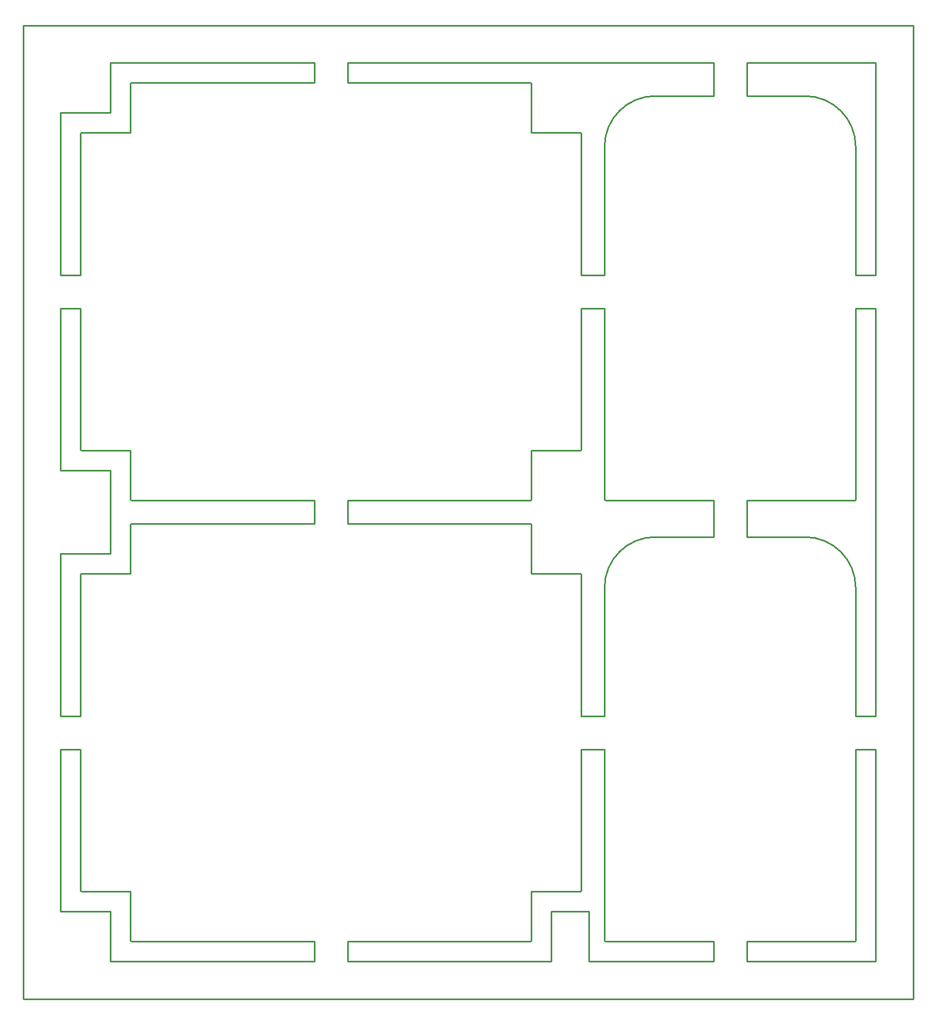
<source format=gbp>
G04 Layer_Color=128*
%FSLAX25Y25*%
%MOIN*%
G70*
G01*
G75*
%ADD17C,0.01000*%
D17*
X500000Y299500D02*
G03*
X500500Y300000I0J500D01*
G01*
X500000Y299500D02*
G03*
X500500Y300000I0J500D01*
G01*
X349500D02*
G03*
X350000Y299500I500J0D01*
G01*
X349500Y300000D02*
G03*
X350000Y299500I500J0D01*
G01*
X500500Y512000D02*
G03*
X470000Y542500I-30500J0D01*
G01*
X380000D02*
G03*
X349500Y512000I0J-30500D01*
G01*
X500000Y34500D02*
G03*
X500500Y35000I0J500D01*
G01*
X500000Y34500D02*
G03*
X500500Y35000I0J500D01*
G01*
X349500D02*
G03*
X350000Y34500I500J0D01*
G01*
X349500Y35000D02*
G03*
X350000Y34500I500J0D01*
G01*
X500500Y247000D02*
G03*
X470000Y277500I-30500J0D01*
G01*
X380000D02*
G03*
X349500Y247000I0J-30500D01*
G01*
X34500Y330000D02*
G03*
X35000Y329500I500J0D01*
G01*
X34500Y330000D02*
G03*
X35000Y329500I500J0D01*
G01*
X64500Y300000D02*
G03*
X65000Y299500I500J0D01*
G01*
X64500Y300000D02*
G03*
X65000Y299500I500J0D01*
G01*
X35000Y520500D02*
G03*
X34500Y520000I0J-500D01*
G01*
X35000Y520500D02*
G03*
X34500Y520000I0J-500D01*
G01*
X65000Y550500D02*
G03*
X64500Y550000I0J-500D01*
G01*
X65000Y550500D02*
G03*
X64500Y550000I0J-500D01*
G01*
X305000Y299500D02*
G03*
X305500Y300000I0J500D01*
G01*
X305000Y299500D02*
G03*
X305500Y300000I0J500D01*
G01*
X335000Y329500D02*
G03*
X335500Y330000I0J500D01*
G01*
X335000Y329500D02*
G03*
X335500Y330000I0J500D01*
G01*
X305500Y550000D02*
G03*
X305000Y550500I-500J0D01*
G01*
X305500Y550000D02*
G03*
X305000Y550500I-500J0D01*
G01*
X335500Y520000D02*
G03*
X335000Y520500I-500J0D01*
G01*
X335500Y520000D02*
G03*
X335000Y520500I-500J0D01*
G01*
X34500Y65000D02*
G03*
X35000Y64500I500J0D01*
G01*
X34500Y65000D02*
G03*
X35000Y64500I500J0D01*
G01*
X64500Y35000D02*
G03*
X65000Y34500I500J0D01*
G01*
X64500Y35000D02*
G03*
X65000Y34500I500J0D01*
G01*
X35000Y255500D02*
G03*
X34500Y255000I0J-500D01*
G01*
X35000Y255500D02*
G03*
X34500Y255000I0J-500D01*
G01*
X65000Y285500D02*
G03*
X64500Y285000I0J-500D01*
G01*
X65000Y285500D02*
G03*
X64500Y285000I0J-500D01*
G01*
X305000Y34500D02*
G03*
X305500Y35000I0J500D01*
G01*
X305000Y34500D02*
G03*
X305500Y35000I0J500D01*
G01*
X335000Y64500D02*
G03*
X335500Y65000I0J500D01*
G01*
X335000Y64500D02*
G03*
X335500Y65000I0J500D01*
G01*
X305500Y285000D02*
G03*
X305000Y285500I-500J0D01*
G01*
X305500Y285000D02*
G03*
X305000Y285500I-500J0D01*
G01*
X335500Y255000D02*
G03*
X335000Y255500I-500J0D01*
G01*
X335500Y255000D02*
G03*
X335000Y255500I-500J0D01*
G01*
X435000Y542500D02*
Y562500D01*
X415000Y542500D02*
Y562500D01*
X435000Y277500D02*
Y299500D01*
X415000Y277500D02*
Y299500D01*
X435000Y22500D02*
Y34500D01*
X415000Y22500D02*
Y34500D01*
X195000Y22500D02*
Y34500D01*
X175000Y22500D02*
Y34500D01*
X195000Y285500D02*
Y299500D01*
X175000Y285500D02*
Y299500D01*
X195000Y550500D02*
Y562500D01*
X175000Y550500D02*
Y562500D01*
X435000Y299500D02*
X500000D01*
X350000D02*
X415000D01*
X435000Y542500D02*
X470000D01*
X380000D02*
X415000D01*
X435000Y277500D02*
X470000D01*
X380000D02*
X415000D01*
X435000Y562500D02*
X512500D01*
X335000D02*
X415000D01*
X435000Y34500D02*
X500000D01*
X350000D02*
X415000D01*
X435000Y22500D02*
X512500D01*
X340000D02*
X415000D01*
X195000Y299500D02*
X305000D01*
X65000D02*
X175000D01*
X195000Y550500D02*
X305000D01*
X65000D02*
X175000D01*
X195000Y285500D02*
X305000D01*
X65000D02*
X175000D01*
X195000Y562500D02*
X317500D01*
X52500D02*
X175000D01*
X195000Y34500D02*
X305000D01*
X65000D02*
X175000D01*
X195000Y22500D02*
X317500D01*
X52500D02*
X175000D01*
X22500Y415000D02*
X34500D01*
X22500Y435000D02*
X34500D01*
X335500Y415000D02*
X349500D01*
X335500Y435000D02*
X349500D01*
X500500Y415000D02*
X512500D01*
X500500Y435000D02*
X512500D01*
X500500D02*
Y512000D01*
Y300000D02*
Y415000D01*
X349500Y435000D02*
Y512000D01*
Y300000D02*
Y415000D01*
X512500Y435000D02*
Y562500D01*
Y170000D02*
Y415000D01*
X335500Y435000D02*
Y520000D01*
Y330000D02*
Y415000D01*
X34500Y435000D02*
Y520000D01*
Y330000D02*
Y415000D01*
X22500Y435000D02*
Y532500D01*
Y317500D02*
Y415000D01*
X500500Y170000D02*
X512500D01*
X500500Y150000D02*
X512500D01*
X335500D02*
X349500D01*
X335500Y170000D02*
X349500D01*
X22500Y150000D02*
X34500D01*
X22500Y170000D02*
X34500D01*
X500500D02*
Y247000D01*
Y35000D02*
Y150000D01*
X349500Y170000D02*
Y247000D01*
Y35000D02*
Y150000D01*
X512500Y22500D02*
Y150000D01*
X335500Y170000D02*
Y255000D01*
Y65000D02*
Y150000D01*
X34500Y170000D02*
Y255000D01*
Y65000D02*
Y150000D01*
X22500Y170000D02*
Y267500D01*
Y52500D02*
Y150000D01*
X340000Y22500D02*
Y52500D01*
X317500Y562500D02*
X335000D01*
X52500Y532500D02*
Y562500D01*
X22500Y532500D02*
X52500D01*
X64500Y300000D02*
Y329500D01*
X35000D02*
X64500D01*
X35000Y520500D02*
X64500D01*
Y550000D01*
X305500Y300000D02*
Y329500D01*
X335000D01*
X305500Y520500D02*
Y550000D01*
Y520500D02*
X335000D01*
X64500Y35000D02*
Y64500D01*
X35000D02*
X64500D01*
X35000Y255500D02*
X64500D01*
Y285000D01*
X305500Y35000D02*
Y64500D01*
X335000D01*
X305500Y255500D02*
Y285000D01*
Y255500D02*
X335000D01*
X22500Y317500D02*
X52500D01*
Y267500D02*
Y317500D01*
X22500Y267500D02*
X52500D01*
X317500Y52500D02*
X340000D01*
X317500Y22500D02*
Y52500D01*
X52500Y22500D02*
Y52500D01*
X22500D02*
X52500D01*
X0Y0D02*
X535000D01*
Y585000D01*
X0D02*
X535000D01*
X0Y0D02*
Y585000D01*
M02*

</source>
